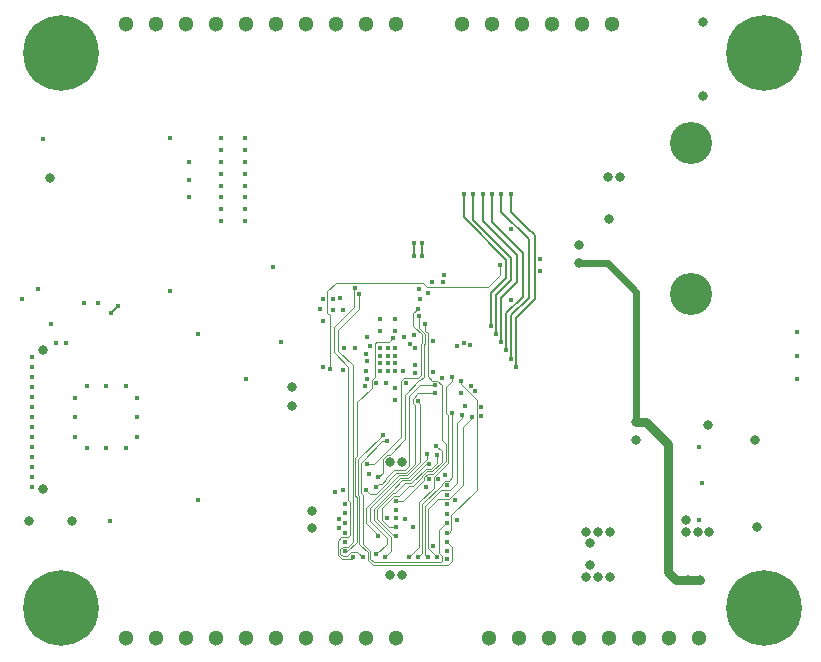
<source format=gbr>
%TF.GenerationSoftware,KiCad,Pcbnew,(6.0.10)*%
%TF.CreationDate,2023-06-21T21:11:03+02:00*%
%TF.ProjectId,FOX-PDA-v1,464f582d-5044-4412-9d76-312e6b696361,rev?*%
%TF.SameCoordinates,Original*%
%TF.FileFunction,Copper,L3,Inr*%
%TF.FilePolarity,Positive*%
%FSLAX46Y46*%
G04 Gerber Fmt 4.6, Leading zero omitted, Abs format (unit mm)*
G04 Created by KiCad (PCBNEW (6.0.10)) date 2023-06-21 21:11:03*
%MOMM*%
%LPD*%
G01*
G04 APERTURE LIST*
%TA.AperFunction,ComponentPad*%
%ADD10C,0.800000*%
%TD*%
%TA.AperFunction,ComponentPad*%
%ADD11C,6.400000*%
%TD*%
%TA.AperFunction,ComponentPad*%
%ADD12C,1.300000*%
%TD*%
%TA.AperFunction,ComponentPad*%
%ADD13C,3.570000*%
%TD*%
%TA.AperFunction,ViaPad*%
%ADD14C,0.450000*%
%TD*%
%TA.AperFunction,ViaPad*%
%ADD15C,0.800000*%
%TD*%
%TA.AperFunction,Conductor*%
%ADD16C,0.090000*%
%TD*%
%TA.AperFunction,Conductor*%
%ADD17C,0.127000*%
%TD*%
%TA.AperFunction,Conductor*%
%ADD18C,0.800000*%
%TD*%
%TA.AperFunction,Conductor*%
%ADD19C,0.600000*%
%TD*%
G04 APERTURE END LIST*
D10*
%TO.N,unconnected-(H2-Pad1)*%
%TO.C,H2*%
X179100000Y-70000000D03*
X183900000Y-70000000D03*
D11*
X181500000Y-70000000D03*
D10*
X181500000Y-67600000D03*
X179802944Y-68302944D03*
X183197056Y-71697056D03*
X183197056Y-68302944D03*
X181500000Y-72400000D03*
X179802944Y-71697056D03*
%TD*%
D12*
%TO.N,PF11*%
%TO.C,J6*%
X150360000Y-119500000D03*
%TO.N,PC5*%
X147820000Y-119500000D03*
%TO.N,PB0*%
X145280000Y-119500000D03*
%TO.N,PA5*%
X142740000Y-119500000D03*
%TO.N,PB1*%
X140200000Y-119500000D03*
%TO.N,PA6*%
X137660000Y-119500000D03*
%TO.N,PA7*%
X135120000Y-119500000D03*
%TO.N,PA0*%
X132580000Y-119500000D03*
%TO.N,PA3*%
X130040000Y-119500000D03*
%TO.N,PA2*%
X127500000Y-119500000D03*
%TD*%
%TO.N,PI1*%
%TO.C,J7*%
X156000000Y-67500000D03*
%TO.N,PA10*%
X158540000Y-67500000D03*
%TO.N,PI0*%
X161080000Y-67500000D03*
%TO.N,PA9*%
X163620000Y-67500000D03*
%TO.N,PC7*%
X166160000Y-67500000D03*
%TO.N,PG8*%
X168700000Y-67500000D03*
%TD*%
%TO.N,PB5*%
%TO.C,J5*%
X127500000Y-67500000D03*
%TO.N,PG15*%
X130040000Y-67500000D03*
%TO.N,PG14*%
X132580000Y-67500000D03*
%TO.N,PG12*%
X135120000Y-67500000D03*
%TO.N,PG13*%
X137660000Y-67500000D03*
%TO.N,PG11*%
X140200000Y-67500000D03*
%TO.N,PB4*%
X142740000Y-67500000D03*
%TO.N,PG10*%
X145280000Y-67500000D03*
%TO.N,PD6*%
X147820000Y-67500000D03*
%TO.N,PI3*%
X150360000Y-67500000D03*
%TD*%
D10*
%TO.N,unconnected-(H1-Pad1)*%
%TO.C,H1*%
X181500000Y-114600000D03*
X183197056Y-118697056D03*
X179802944Y-118697056D03*
X181500000Y-119400000D03*
X179802944Y-115302944D03*
D11*
X181500000Y-117000000D03*
D10*
X183197056Y-115302944D03*
X183900000Y-117000000D03*
X179100000Y-117000000D03*
%TD*%
%TO.N,unconnected-(H3-Pad1)*%
%TO.C,H3*%
X123697056Y-118697056D03*
X124400000Y-117000000D03*
X120302944Y-118697056D03*
X119600000Y-117000000D03*
X122000000Y-119400000D03*
D11*
X122000000Y-117000000D03*
D10*
X123697056Y-115302944D03*
X122000000Y-114600000D03*
X120302944Y-115302944D03*
%TD*%
D11*
%TO.N,unconnected-(H4-Pad1)*%
%TO.C,H4*%
X122000000Y-70000000D03*
D10*
X124400000Y-70000000D03*
X120302944Y-68302944D03*
X122000000Y-72400000D03*
X123697056Y-71697056D03*
X120302944Y-71697056D03*
X119600000Y-70000000D03*
X123697056Y-68302944D03*
X122000000Y-67600000D03*
%TD*%
D12*
%TO.N,VDD*%
%TO.C,J3*%
X176000000Y-119500000D03*
X173460000Y-119500000D03*
%TO.N,VSS*%
X170920000Y-119500000D03*
X168380000Y-119500000D03*
%TO.N,PB13*%
X165840000Y-119500000D03*
%TO.N,PB11*%
X163300000Y-119500000D03*
%TO.N,PB12*%
X160760000Y-119500000D03*
%TO.N,PB10*%
X158220000Y-119500000D03*
%TD*%
D13*
%TO.N,VSS*%
%TO.C,J1*%
X175320000Y-90400000D03*
X175320000Y-77600000D03*
%TD*%
D14*
%TO.N,VCAP2*%
X153493750Y-94381250D03*
D15*
%TO.N,VDD*%
X143250000Y-110187500D03*
D14*
X144225000Y-92675000D03*
X160100000Y-90887500D03*
X137560000Y-81200000D03*
X135580000Y-80200000D03*
X137560000Y-82200000D03*
D15*
X168500000Y-110500000D03*
X167500000Y-110500000D03*
D14*
X126175000Y-109600000D03*
X146912500Y-94950000D03*
X150325000Y-99337500D03*
X149025000Y-92512500D03*
X147920000Y-97550000D03*
X150325000Y-92512500D03*
X162600000Y-88400000D03*
X137560000Y-83200000D03*
X137560000Y-84200000D03*
D15*
X149862500Y-104575000D03*
D14*
X151950000Y-96412500D03*
X148050000Y-105600000D03*
D15*
X150862500Y-114175000D03*
D14*
X123975000Y-91155000D03*
X137560000Y-79200000D03*
D15*
X166800000Y-111500000D03*
D14*
X137560000Y-77200000D03*
D15*
X166500000Y-110500000D03*
D14*
X125125000Y-91150000D03*
X137560000Y-78200000D03*
D15*
X122925000Y-109600000D03*
X141550000Y-99825000D03*
%TO.N,VSS*%
X176900000Y-110500000D03*
X175900000Y-110500000D03*
D14*
X124175000Y-103400000D03*
X132810000Y-80700000D03*
X150325000Y-94950000D03*
X149025000Y-96900000D03*
X119575000Y-99100000D03*
X127475000Y-103400000D03*
D15*
X141550000Y-98275000D03*
D14*
X151550000Y-94575000D03*
X143900000Y-91625000D03*
X132810000Y-79200000D03*
D15*
X150862500Y-104575000D03*
D14*
X152320000Y-89920000D03*
X145550000Y-110175000D03*
X154450000Y-88750000D03*
X150325000Y-98362500D03*
D15*
X119325000Y-109600000D03*
X167500000Y-114300000D03*
D14*
X149675000Y-96900000D03*
X119575000Y-100800000D03*
X125825000Y-98200000D03*
D15*
X169300000Y-80500000D03*
X166800000Y-113300000D03*
D14*
X119575000Y-106750000D03*
X147720000Y-98180000D03*
X123225000Y-100800000D03*
X118725000Y-90800000D03*
X144150000Y-90825000D03*
X124175000Y-98200000D03*
X176000000Y-103300000D03*
X160100000Y-84900000D03*
X149675000Y-95600000D03*
X128425000Y-100800000D03*
X125825000Y-103400000D03*
D15*
X166500000Y-114300000D03*
D14*
X156650000Y-94700000D03*
X119575000Y-98250000D03*
X184300000Y-93600000D03*
X176300000Y-106400000D03*
X132810000Y-82200000D03*
X151950000Y-94950000D03*
D15*
X165875000Y-86225000D03*
D14*
X184300000Y-95600000D03*
X131275000Y-77175000D03*
X150325000Y-93487500D03*
X150325000Y-95600000D03*
X155400000Y-107800000D03*
X119575000Y-99950000D03*
X155500000Y-109525000D03*
X149675000Y-96250000D03*
X133575000Y-93800000D03*
D15*
X168300000Y-80500000D03*
D14*
X137700000Y-97600000D03*
X151850000Y-110125000D03*
D15*
X174900000Y-110500000D03*
D14*
X176000000Y-109500000D03*
X149675000Y-94950000D03*
X150325000Y-96250000D03*
X120500000Y-77275000D03*
X145250000Y-107150000D03*
X123225000Y-102450000D03*
D15*
X176400000Y-67350000D03*
D14*
X119575000Y-103350000D03*
X145550000Y-109425000D03*
D15*
X149862500Y-114175000D03*
D14*
X149025000Y-96250000D03*
X119575000Y-97400000D03*
D15*
X176800000Y-101500000D03*
D14*
X154500000Y-105675000D03*
X123225000Y-99150000D03*
D15*
X168400000Y-84000000D03*
X121040000Y-80530000D03*
D14*
X119575000Y-102500000D03*
D15*
X180800000Y-102700000D03*
D14*
X119575000Y-105900000D03*
X122425000Y-94550000D03*
D15*
X176400000Y-73650000D03*
D14*
X128425000Y-99150000D03*
X150975000Y-96900000D03*
X145650000Y-90725000D03*
X119575000Y-104200000D03*
X127475000Y-98200000D03*
X128425000Y-102450000D03*
D15*
X168500000Y-114300000D03*
D14*
X140000000Y-88100000D03*
X157600000Y-99950000D03*
X131275000Y-90125000D03*
X149025000Y-93487500D03*
D15*
X120475000Y-106850000D03*
D14*
X145937500Y-94950000D03*
D15*
X143225000Y-108712500D03*
D14*
X149025000Y-95600000D03*
X157600000Y-100675000D03*
X119575000Y-95700000D03*
X150325000Y-96900000D03*
X137560000Y-80200000D03*
X119575000Y-101650000D03*
X119575000Y-105050000D03*
D15*
X174950000Y-109500000D03*
D14*
X121575000Y-94550000D03*
D15*
X180900000Y-110100000D03*
D14*
X133575000Y-107800000D03*
X157100000Y-98625000D03*
X154700000Y-112775000D03*
X149025000Y-94950000D03*
D15*
X170725000Y-102725000D03*
D14*
X120025000Y-89950000D03*
X147900000Y-94000000D03*
D15*
X120525000Y-95100000D03*
D14*
X184300000Y-97600000D03*
X121125000Y-92900000D03*
X140600000Y-94400000D03*
X162592500Y-87407500D03*
X119575000Y-96550000D03*
X152950000Y-106725000D03*
%TO.N,SDMMC_CK*%
X152370000Y-90840000D03*
X135550000Y-79200000D03*
%TO.N,SDMMC_D3*%
X153450000Y-89350000D03*
X135550000Y-82200000D03*
%TO.N,SDMMC_D2*%
X154350000Y-89350000D03*
X135550000Y-83200000D03*
%TO.N,SDMMC_CMD*%
X135550000Y-81200000D03*
X151875000Y-93875000D03*
%TO.N,SDMMC_D1*%
X156100000Y-94500000D03*
X135550000Y-77200000D03*
%TO.N,SDMMC_D0*%
X155550000Y-94750000D03*
X135550000Y-78200000D03*
%TO.N,PSRAM_A19*%
X145050000Y-90825000D03*
X154662500Y-112175000D03*
%TO.N,PSRAM_NBL1*%
X146912500Y-89912500D03*
X146762500Y-112675000D03*
%TO.N,PSRAM_NBL0*%
X147562500Y-112675000D03*
X147237500Y-90400000D03*
%TO.N,PSRAM_CE#*%
X152193750Y-91618750D03*
X147940000Y-104780000D03*
%TO.N,PSRAM_A20*%
X153162500Y-106075000D03*
X145050000Y-91725000D03*
%TO.N,PSRAM_A21*%
X151100000Y-109387500D03*
X145850000Y-91775000D03*
%TO.N,PSRAM_DQ2*%
X152356250Y-92268750D03*
X148880000Y-105870000D03*
%TO.N,PSRAM_WE#*%
X151050000Y-94060000D03*
X153962500Y-106075000D03*
%TO.N,PSRAM_DQ3*%
X152843750Y-92918750D03*
X150362500Y-107875000D03*
%TO.N,PSRAM_OE#*%
X146062500Y-112175000D03*
X150110000Y-94070000D03*
%TO.N,PSRAM_A0*%
X148200000Y-94750000D03*
X146062500Y-110575000D03*
%TO.N,PSRAM_A2*%
X144150000Y-96575000D03*
X145850000Y-106950000D03*
%TO.N,PSRAM_A1*%
X146050000Y-108950000D03*
X147837500Y-95487500D03*
%TO.N,NRST*%
X159175000Y-87900000D03*
X144750000Y-96725000D03*
%TO.N,PSRAM_A3*%
X145875000Y-96800000D03*
X146062500Y-111375000D03*
%TO.N,PSRAM_A4*%
X147887500Y-96087500D03*
X146050000Y-108150000D03*
%TO.N,PSRAM_A5*%
X147820000Y-96890000D03*
X146062500Y-109775000D03*
%TO.N,PSRAM_A15*%
X153493750Y-96981250D03*
X154662500Y-108975000D03*
%TO.N,PSRAM_A14*%
X155100000Y-97375000D03*
X151462500Y-112675000D03*
%TO.N,PSRAM_A13*%
X154662500Y-107375000D03*
X154306250Y-97468750D03*
%TO.N,PSRAM_DQ1*%
X153656250Y-98118750D03*
X148650000Y-106720000D03*
%TO.N,PSRAM_A12*%
X154662500Y-110575000D03*
X155850000Y-97725000D03*
%TO.N,PSRAM_A11*%
X154662500Y-106575000D03*
X151250000Y-97875000D03*
%TO.N,PSRAM_DQ0*%
X147850000Y-106975000D03*
X153656250Y-98768750D03*
%TO.N,PSRAM_A18*%
X153500000Y-111675000D03*
X156700000Y-98175000D03*
%TO.N,PSRAM_A7*%
X148700000Y-97875000D03*
X149612500Y-109375000D03*
%TO.N,PSRAM_A10*%
X154662500Y-108175000D03*
X149537500Y-97887500D03*
%TO.N,PSRAM_DQ10*%
X152193750Y-99418750D03*
X148862500Y-110875000D03*
%TO.N,PSRAM_A17*%
X150350000Y-109375000D03*
X156250000Y-99825000D03*
%TO.N,PSRAM_A16*%
X155900000Y-98775000D03*
X150350000Y-108625000D03*
%TO.N,PSRAM_DQ15*%
X153862500Y-112675000D03*
X156800000Y-100800000D03*
%TO.N,PSRAM_A9*%
X154662500Y-109775000D03*
X149600000Y-102825000D03*
%TO.N,PSRAM_DQ8*%
X148700000Y-112400000D03*
X153000000Y-103950000D03*
%TO.N,PSRAM_DQ11*%
X150362500Y-110125000D03*
X153800000Y-103250000D03*
%TO.N,PSRAM_DQ14*%
X155150000Y-100425000D03*
X152262500Y-112675000D03*
%TO.N,PSRAM_DQ13*%
X155950000Y-100650000D03*
X153062500Y-112675000D03*
%TO.N,PSRAM_A8*%
X154662500Y-111375000D03*
X149250000Y-102275000D03*
%TO.N,PSRAM_DQ9*%
X149450000Y-112675000D03*
X153200000Y-104775000D03*
%TO.N,PSRAM_DQ12*%
X150362500Y-110875000D03*
X153850000Y-104050000D03*
%TO.N,VCAP1*%
X151950000Y-97065000D03*
%TO.N,WIFI_UART_TX*%
X126250000Y-92025000D03*
X126850000Y-91425000D03*
D15*
%TO.N,VCC*%
X165875000Y-87775000D03*
X176100000Y-114600000D03*
X170725000Y-101175000D03*
X174100000Y-114600000D03*
X175100000Y-114600000D03*
D14*
%TO.N,SDMMC_SW*%
X153100000Y-90300000D03*
X135550000Y-84200000D03*
%TO.N,PD6*%
X151875000Y-87150000D03*
X151875000Y-86075000D03*
%TO.N,PI3*%
X152550000Y-87150000D03*
X152550000Y-86075000D03*
%TO.N,PI1*%
X158400000Y-93100000D03*
X156100000Y-81900000D03*
%TO.N,PA10*%
X158800000Y-93800000D03*
X156900000Y-81900000D03*
%TO.N,PI0*%
X157700000Y-81900000D03*
X159300000Y-94450000D03*
%TO.N,PA9*%
X158500000Y-81900000D03*
X159700000Y-95150000D03*
%TO.N,PC7*%
X159300000Y-81900000D03*
X160100000Y-95900000D03*
%TO.N,PG8*%
X160100000Y-81900000D03*
X160550000Y-96600000D03*
%TD*%
D16*
%TO.N,PSRAM_NBL1*%
X146461500Y-107997228D02*
X146461500Y-110783500D01*
X146838500Y-89986500D02*
X146838500Y-91465702D01*
X146838500Y-91465702D02*
X145100000Y-93204202D01*
X146645500Y-112792000D02*
X146762500Y-112675000D01*
X145100000Y-95325000D02*
X146300000Y-96525000D01*
X146270000Y-110975000D02*
X145720000Y-110975000D01*
X145445500Y-112478798D02*
X145758702Y-112792000D01*
X146300000Y-96525000D02*
X146300000Y-107835728D01*
X146300000Y-107835728D02*
X146461500Y-107997228D01*
X145445500Y-111249500D02*
X145445500Y-112478798D01*
X146461500Y-110783500D02*
X146270000Y-110975000D01*
X145720000Y-110975000D02*
X145445500Y-111249500D01*
X145100000Y-93204202D02*
X145100000Y-95325000D01*
X146912500Y-89912500D02*
X146838500Y-89986500D01*
X145758702Y-112792000D02*
X146645500Y-112792000D01*
%TO.N,PSRAM_NBL0*%
X146251000Y-112574000D02*
X146600000Y-112225000D01*
X146600000Y-112225000D02*
X147100000Y-112225000D01*
X146300000Y-111775000D02*
X145860000Y-111775000D01*
X145468000Y-95184702D02*
X146700000Y-96416702D01*
X145468000Y-93407000D02*
X145468000Y-95184702D01*
X147550000Y-112675000D02*
X147562500Y-112675000D01*
X147237500Y-91637500D02*
X145468000Y-93407000D01*
X145849000Y-112574000D02*
X146251000Y-112574000D01*
X145860000Y-111775000D02*
X145663500Y-111971500D01*
X146700000Y-96416702D02*
X146700000Y-111375000D01*
X146700000Y-111375000D02*
X146300000Y-111775000D01*
X147100000Y-112225000D02*
X147550000Y-112675000D01*
X147237500Y-90400000D02*
X147237500Y-91637500D01*
X145663500Y-112388500D02*
X145849000Y-112574000D01*
X145663500Y-111971500D02*
X145663500Y-112388500D01*
%TO.N,PSRAM_CE#*%
X147940000Y-104780000D02*
X148486701Y-104780000D01*
X152450000Y-94639272D02*
X152549000Y-94540272D01*
X151850000Y-91962500D02*
X152193750Y-91618750D01*
X151850000Y-93091596D02*
X151850000Y-91962500D01*
X152549000Y-94540272D02*
X152549000Y-93790596D01*
X150812500Y-102454201D02*
X150812500Y-97712500D01*
X152450000Y-97275000D02*
X152450000Y-94639272D01*
X152249000Y-97476000D02*
X152450000Y-97275000D01*
X152549000Y-93790596D02*
X151850000Y-93091596D01*
X148486701Y-104780000D02*
X150812500Y-102454201D01*
X150812500Y-97712500D02*
X151049000Y-97476000D01*
X151049000Y-97476000D02*
X152249000Y-97476000D01*
%TO.N,PSRAM_DQ2*%
X148880000Y-105870000D02*
X149250000Y-105500000D01*
X152750000Y-97383298D02*
X152750000Y-94647571D01*
X152356250Y-93289548D02*
X152356250Y-92268750D01*
X152331000Y-97694000D02*
X152439298Y-97694000D01*
X152800000Y-94597571D02*
X152800000Y-93733298D01*
X151137500Y-102687500D02*
X151137500Y-98887500D01*
X149250000Y-105500000D02*
X149250000Y-104377155D01*
X149625155Y-104002000D02*
X149823000Y-104002000D01*
X149250000Y-104377155D02*
X149625155Y-104002000D01*
X152800000Y-93733298D02*
X152356250Y-93289548D01*
X152439298Y-97694000D02*
X152750000Y-97383298D01*
X149823000Y-104002000D02*
X151137500Y-102687500D01*
X151137500Y-98887500D02*
X152331000Y-97694000D01*
X152750000Y-94647571D02*
X152800000Y-94597571D01*
%TO.N,PSRAM_DQ3*%
X153068000Y-93693000D02*
X153068000Y-97343000D01*
X153063228Y-105610000D02*
X152763500Y-105909728D01*
X154599000Y-103099000D02*
X154599000Y-104556868D01*
X152843750Y-92918750D02*
X152843750Y-93468750D01*
X154225000Y-98123228D02*
X154225000Y-102725000D01*
X153444750Y-97719750D02*
X153821522Y-97719750D01*
X151000000Y-107875000D02*
X150362500Y-107875000D01*
X152843750Y-93468750D02*
X153068000Y-93693000D01*
X154599000Y-104556868D02*
X153545868Y-105610000D01*
X153068000Y-97343000D02*
X153444750Y-97719750D01*
X153821522Y-97719750D02*
X154225000Y-98123228D01*
X152763500Y-106111500D02*
X151000000Y-107875000D01*
X154225000Y-102725000D02*
X154599000Y-103099000D01*
X153545868Y-105610000D02*
X153063228Y-105610000D01*
X152763500Y-105909728D02*
X152763500Y-106111500D01*
%TO.N,PSRAM_OE#*%
X147032000Y-107602000D02*
X147032000Y-111393000D01*
X149780000Y-94400000D02*
X148750000Y-94400000D01*
X147032000Y-111393000D02*
X146250000Y-112175000D01*
X148599000Y-97401000D02*
X148300000Y-97700000D01*
X148300000Y-97700000D02*
X148300000Y-98300000D01*
X147100000Y-104116702D02*
X146920000Y-104296702D01*
X148750000Y-94400000D02*
X148599000Y-94551000D01*
X146920000Y-107490000D02*
X147032000Y-107602000D01*
X150110000Y-94070000D02*
X149780000Y-94400000D01*
X146920000Y-104296702D02*
X146920000Y-107490000D01*
X147100000Y-99500000D02*
X147100000Y-104116702D01*
X148300000Y-98300000D02*
X147100000Y-99500000D01*
X146250000Y-112175000D02*
X146062500Y-112175000D01*
X148599000Y-94551000D02*
X148599000Y-97401000D01*
%TO.N,NRST*%
X153010000Y-89810000D02*
X152640000Y-89440000D01*
X159175000Y-88775000D02*
X158140000Y-89810000D01*
X144750000Y-92190000D02*
X144750000Y-96725000D01*
X144549000Y-90161000D02*
X144549000Y-91971000D01*
X152640000Y-89440000D02*
X145270000Y-89440000D01*
X144540000Y-91980000D02*
X144750000Y-92190000D01*
X144549000Y-91971000D02*
X144540000Y-91980000D01*
X145270000Y-89440000D02*
X144549000Y-90161000D01*
X158140000Y-89810000D02*
X153010000Y-89810000D01*
X159175000Y-87900000D02*
X159175000Y-88775000D01*
%TO.N,PSRAM_A14*%
X155100000Y-97725000D02*
X154605500Y-98219500D01*
X152350000Y-108016702D02*
X152350000Y-111787500D01*
X155100000Y-97375000D02*
X155100000Y-97725000D01*
X154817000Y-104656228D02*
X153563500Y-105909728D01*
X154817000Y-100656272D02*
X154817000Y-104656228D01*
X153563500Y-106803202D02*
X152350000Y-108016702D01*
X152350000Y-111787500D02*
X151462500Y-112675000D01*
X153563500Y-105909728D02*
X153563500Y-106803202D01*
X154605500Y-100444772D02*
X154817000Y-100656272D01*
X154605500Y-98219500D02*
X154605500Y-100444772D01*
%TO.N,PSRAM_DQ1*%
X151514000Y-104927914D02*
X151514000Y-99011000D01*
X152406250Y-98118750D02*
X153656250Y-98118750D01*
X148650000Y-106720000D02*
X148920000Y-106450000D01*
X149189272Y-106450000D02*
X149560000Y-106079272D01*
X151155414Y-105286500D02*
X151514000Y-104927914D01*
X148920000Y-106450000D02*
X149189272Y-106450000D01*
X150226000Y-105286500D02*
X151155414Y-105286500D01*
X149560000Y-106079272D02*
X149560000Y-105952500D01*
X149560000Y-105952500D02*
X150226000Y-105286500D01*
X151514000Y-99011000D02*
X152406250Y-98118750D01*
%TO.N,PSRAM_A12*%
X157200000Y-106975000D02*
X157200000Y-99375000D01*
X155061500Y-110363500D02*
X155061500Y-109113500D01*
X154850000Y-110575000D02*
X155061500Y-110363500D01*
X155061500Y-109113500D02*
X157200000Y-106975000D01*
X157200000Y-99375000D02*
X155850000Y-98025000D01*
X154662500Y-110575000D02*
X154850000Y-110575000D01*
X155850000Y-98025000D02*
X155850000Y-97725000D01*
%TO.N,PSRAM_DQ0*%
X148200000Y-107325000D02*
X147850000Y-106975000D01*
X149770000Y-106140000D02*
X149770000Y-106219272D01*
X153656250Y-98768750D02*
X152256250Y-98768750D01*
X151950000Y-99739272D02*
X151950000Y-104800212D01*
X149770000Y-106219272D02*
X148664272Y-107325000D01*
X151794750Y-99584022D02*
X151950000Y-99739272D01*
X151794750Y-99230250D02*
X151794750Y-99584022D01*
X152256250Y-98768750D02*
X151794750Y-99230250D01*
X150405500Y-105504500D02*
X149770000Y-106140000D01*
X151950000Y-104800212D02*
X151245712Y-105504500D01*
X151245712Y-105504500D02*
X150405500Y-105504500D01*
X148664272Y-107325000D02*
X148200000Y-107325000D01*
%TO.N,PSRAM_DQ10*%
X147850000Y-108475000D02*
X147850000Y-109775000D01*
X150602500Y-105722500D02*
X147850000Y-108475000D01*
X152193750Y-99418750D02*
X152437500Y-99662500D01*
X148862500Y-110787500D02*
X148862500Y-110875000D01*
X151336010Y-105722500D02*
X150602500Y-105722500D01*
X152437500Y-104621010D02*
X151336010Y-105722500D01*
X152437500Y-99662500D02*
X152437500Y-104621010D01*
X147850000Y-109775000D02*
X148862500Y-110787500D01*
%TO.N,PSRAM_DQ15*%
X153899000Y-107776000D02*
X153100000Y-108575000D01*
X153100000Y-108575000D02*
X153100000Y-111912500D01*
X154825772Y-107776000D02*
X153899000Y-107776000D01*
X156800000Y-100850000D02*
X156012500Y-101637500D01*
X156012500Y-101637500D02*
X156012500Y-106589272D01*
X156012500Y-106589272D02*
X154825772Y-107776000D01*
X156800000Y-100800000D02*
X156800000Y-100850000D01*
X153100000Y-111912500D02*
X153862500Y-112675000D01*
%TO.N,PSRAM_A9*%
X147397000Y-104653000D02*
X147397000Y-107217000D01*
X148490298Y-113107000D02*
X154168000Y-113107000D01*
X148178500Y-112145201D02*
X148178500Y-112795202D01*
X154050000Y-112275000D02*
X154050000Y-110325000D01*
X148178500Y-112795202D02*
X148490298Y-113107000D01*
X147550000Y-107370000D02*
X147550000Y-111516701D01*
X147550000Y-111516701D02*
X148178500Y-112145201D01*
X154050000Y-110325000D02*
X154600000Y-109775000D01*
X154300000Y-112975000D02*
X154300000Y-112525000D01*
X147397000Y-107217000D02*
X147550000Y-107370000D01*
X154168000Y-113107000D02*
X154300000Y-112975000D01*
X149600000Y-102825000D02*
X149225000Y-102825000D01*
X154600000Y-109775000D02*
X154662500Y-109775000D01*
X154300000Y-112525000D02*
X154050000Y-112275000D01*
X149225000Y-102825000D02*
X147397000Y-104653000D01*
%TO.N,PSRAM_DQ8*%
X151426308Y-105940500D02*
X153000000Y-104366808D01*
X150734500Y-105940500D02*
X151426308Y-105940500D01*
X148200000Y-108475000D02*
X150734500Y-105940500D01*
X149582000Y-111518000D02*
X149582000Y-111007000D01*
X153000000Y-104366808D02*
X153000000Y-103950000D01*
X148200000Y-109625000D02*
X148200000Y-108475000D01*
X148700000Y-112400000D02*
X149582000Y-111518000D01*
X149582000Y-111007000D02*
X148200000Y-109625000D01*
%TO.N,PSRAM_DQ11*%
X153455570Y-105392000D02*
X152972930Y-105392000D01*
X152545500Y-105819430D02*
X152545500Y-105879500D01*
X150197228Y-107476000D02*
X149150000Y-108523228D01*
X150599000Y-107476000D02*
X150197228Y-107476000D01*
X154250000Y-103700000D02*
X154250000Y-104597570D01*
X152545500Y-105879500D02*
X151830500Y-106594500D01*
X151480500Y-106594500D02*
X150599000Y-107476000D01*
X154250000Y-104597570D02*
X153455570Y-105392000D01*
X153800000Y-103250000D02*
X154250000Y-103700000D01*
X149150000Y-109476772D02*
X149798228Y-110125000D01*
X149798228Y-110125000D02*
X150362500Y-110125000D01*
X152972930Y-105392000D02*
X152545500Y-105819430D01*
X151830500Y-106594500D02*
X151480500Y-106594500D01*
X149150000Y-108523228D02*
X149150000Y-109476772D01*
%TO.N,PSRAM_DQ14*%
X154849000Y-106176000D02*
X154497228Y-106176000D01*
X152600000Y-108175000D02*
X152600000Y-112337500D01*
X154497228Y-106176000D02*
X154250000Y-106423228D01*
X154250000Y-106423228D02*
X154250000Y-106525000D01*
X155118000Y-105907000D02*
X154849000Y-106176000D01*
X152600000Y-112337500D02*
X152262500Y-112675000D01*
X154250000Y-106525000D02*
X152600000Y-108175000D01*
X155150000Y-100425000D02*
X155118000Y-100457000D01*
X155118000Y-100457000D02*
X155118000Y-105907000D01*
%TO.N,PSRAM_DQ13*%
X155950000Y-100650000D02*
X155950000Y-100900000D01*
X154200000Y-106975000D02*
X152850000Y-108325000D01*
X155950000Y-100900000D02*
X155525000Y-101325000D01*
X152850000Y-108325000D02*
X152850000Y-112462500D01*
X155525000Y-106400000D02*
X154950000Y-106975000D01*
X154950000Y-106975000D02*
X154200000Y-106975000D01*
X155525000Y-101325000D02*
X155525000Y-106400000D01*
X152850000Y-112462500D02*
X153062500Y-112675000D01*
%TO.N,PSRAM_A8*%
X148400000Y-113325000D02*
X154800000Y-113325000D01*
X155099000Y-113026000D02*
X155099000Y-111811500D01*
X147180000Y-104345000D02*
X147180000Y-107370000D01*
X147250000Y-107440000D02*
X147250000Y-111525000D01*
X154800000Y-113325000D02*
X155099000Y-113026000D01*
X147961500Y-112236500D02*
X147961500Y-112886500D01*
X147961500Y-112886500D02*
X148400000Y-113325000D01*
X147250000Y-111525000D02*
X147961500Y-112236500D01*
X149250000Y-102275000D02*
X147180000Y-104345000D01*
X155099000Y-111811500D02*
X154662500Y-111375000D01*
X147180000Y-107370000D02*
X147250000Y-107440000D01*
%TO.N,PSRAM_DQ9*%
X149450000Y-112675000D02*
X149950000Y-112175000D01*
X152900106Y-104775000D02*
X153200000Y-104775000D01*
X150025816Y-107040000D02*
X150907316Y-106158500D01*
X148500000Y-108556632D02*
X150016632Y-107040000D01*
X150016632Y-107040000D02*
X150025816Y-107040000D01*
X149950000Y-112175000D02*
X149950000Y-110975000D01*
X148500000Y-109525000D02*
X148500000Y-108556632D01*
X150907316Y-106158500D02*
X151516606Y-106158500D01*
X151516606Y-106158500D02*
X152900106Y-104775000D01*
X149950000Y-110975000D02*
X148500000Y-109525000D01*
%TO.N,PSRAM_DQ12*%
X150267000Y-107258000D02*
X150106930Y-107258000D01*
X153850000Y-104689272D02*
X153365272Y-105174000D01*
X151677702Y-106376500D02*
X151148500Y-106376500D01*
X150216596Y-110875000D02*
X150362500Y-110875000D01*
X153365272Y-105174000D02*
X152880202Y-105174000D01*
X151148500Y-106376500D02*
X150267000Y-107258000D01*
X148786000Y-109444404D02*
X150216596Y-110875000D01*
X150106930Y-107258000D02*
X148786000Y-108578930D01*
X148786000Y-108578930D02*
X148786000Y-109444404D01*
X152880202Y-105174000D02*
X151677702Y-106376500D01*
X153850000Y-104050000D02*
X153850000Y-104689272D01*
D17*
%TO.N,WIFI_UART_TX*%
X126250000Y-92025000D02*
X126850000Y-91425000D01*
D18*
%TO.N,VCC*%
X173412500Y-113912500D02*
X174100000Y-114600000D01*
D19*
X168325000Y-87775000D02*
X170725000Y-90175000D01*
X165875000Y-87775000D02*
X168325000Y-87775000D01*
D18*
X171550000Y-101175000D02*
X173412500Y-103037500D01*
X173412500Y-103037500D02*
X173412500Y-113912500D01*
X170725000Y-101175000D02*
X171550000Y-101175000D01*
X174100000Y-114600000D02*
X176100000Y-114600000D01*
D19*
X170725000Y-90175000D02*
X170725000Y-101175000D01*
D17*
%TO.N,PD6*%
X151875000Y-87150000D02*
X151875000Y-86075000D01*
%TO.N,PI3*%
X152550000Y-87150000D02*
X152550000Y-86075000D01*
%TO.N,PI1*%
X159700000Y-89000000D02*
X158400000Y-90300000D01*
X158400000Y-90300000D02*
X158400000Y-93100000D01*
X159700000Y-87500000D02*
X159700000Y-89000000D01*
X156100000Y-81900000D02*
X156100000Y-83900000D01*
X156100000Y-83900000D02*
X159700000Y-87500000D01*
%TO.N,PA10*%
X158817500Y-90482500D02*
X158817500Y-93782500D01*
X156900000Y-84100000D02*
X160100000Y-87300000D01*
X160100000Y-87300000D02*
X160100000Y-89200000D01*
X158817500Y-93782500D02*
X158800000Y-93800000D01*
X160100000Y-89200000D02*
X158817500Y-90482500D01*
X156900000Y-81900000D02*
X156900000Y-84100000D01*
%TO.N,PI0*%
X157700000Y-84200000D02*
X160600000Y-87100000D01*
X160600000Y-87100000D02*
X160600000Y-89400000D01*
X160600000Y-89400000D02*
X159300000Y-90700000D01*
X157700000Y-81900000D02*
X157700000Y-84200000D01*
X159300000Y-90700000D02*
X159300000Y-94450000D01*
%TO.N,PA9*%
X158500000Y-84300000D02*
X161100000Y-86900000D01*
X158500000Y-81900000D02*
X158500000Y-84300000D01*
X159717500Y-95132500D02*
X159700000Y-95150000D01*
X159717500Y-91982500D02*
X159717500Y-95132500D01*
X161100000Y-90600000D02*
X159717500Y-91982500D01*
X161100000Y-86900000D02*
X161100000Y-90600000D01*
%TO.N,PC7*%
X159300000Y-81900000D02*
X159300000Y-83400000D01*
X161600000Y-90700000D02*
X160117500Y-92182500D01*
X160117500Y-92182500D02*
X160117500Y-95882500D01*
X161600000Y-85700000D02*
X161600000Y-90700000D01*
X159300000Y-83400000D02*
X161600000Y-85700000D01*
X160117500Y-95882500D02*
X160100000Y-95900000D01*
%TO.N,PG8*%
X160100000Y-83450000D02*
X161450000Y-84800000D01*
X160517500Y-96567500D02*
X160550000Y-96600000D01*
X162100000Y-90800000D02*
X160517500Y-92382500D01*
X161450000Y-84800000D02*
X161500000Y-84800000D01*
X162100000Y-85400000D02*
X162100000Y-90800000D01*
X160100000Y-81900000D02*
X160100000Y-83450000D01*
X161500000Y-84800000D02*
X162100000Y-85400000D01*
X160517500Y-92382500D02*
X160517500Y-96567500D01*
%TD*%
M02*

</source>
